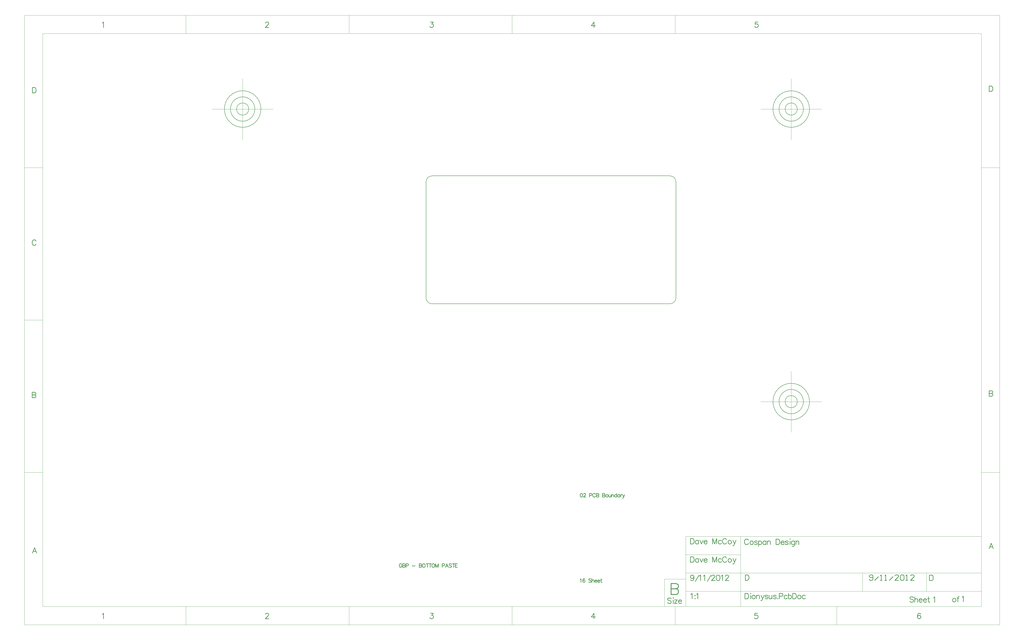
<source format=gbp>
%FSLAX25Y25*%
%MOIN*%
G70*
G01*
G75*
G04 Layer_Color=128*
%ADD10R,0.02953X0.02559*%
%ADD11R,0.09843X0.03543*%
%ADD12R,0.00984X0.03150*%
%ADD13R,0.02559X0.02953*%
%ADD14R,0.04331X0.12598*%
%ADD15R,0.05906X0.05118*%
%ADD16R,0.02362X0.01969*%
%ADD17R,0.01969X0.02362*%
%ADD18R,0.01772X0.03937*%
%ADD19R,0.02362X0.03937*%
%ADD20R,0.02756X0.01969*%
%ADD21R,0.01969X0.02756*%
%ADD22R,0.07874X0.04724*%
%ADD23O,0.07087X0.01181*%
%ADD24O,0.01181X0.07087*%
%ADD25R,0.05315X0.01575*%
%ADD26R,0.05512X0.06299*%
%ADD27R,0.07087X0.07480*%
%ADD28R,0.05118X0.09055*%
%ADD29R,0.07087X0.11811*%
%ADD30R,0.04921X0.07284*%
%ADD31R,0.07480X0.02835*%
%ADD32R,0.04921X0.01378*%
%ADD33O,0.06102X0.02165*%
%ADD34C,0.00600*%
%ADD35C,0.01000*%
%ADD36C,0.02000*%
%ADD37C,0.03000*%
%ADD38C,0.01500*%
%ADD39C,0.00400*%
%ADD40C,0.00200*%
%ADD41C,0.01400*%
%ADD42C,0.06000*%
%ADD43C,0.03937*%
%ADD44C,0.05906*%
%ADD45C,0.02400*%
%ADD46C,0.04000*%
%ADD47C,0.14900*%
%ADD48C,0.06400*%
G04:AMPARAMS|DCode=49|XSize=80mil|YSize=80mil|CornerRadius=0mil|HoleSize=0mil|Usage=FLASHONLY|Rotation=0.000|XOffset=0mil|YOffset=0mil|HoleType=Round|Shape=Relief|Width=8mil|Gap=10mil|Entries=4|*
%AMTHD49*
7,0,0,0.08000,0.06000,0.00800,45*
%
%ADD49THD49*%
%ADD50C,0.09400*%
%ADD51C,0.03400*%
G04:AMPARAMS|DCode=52|XSize=50mil|YSize=50mil|CornerRadius=0mil|HoleSize=0mil|Usage=FLASHONLY|Rotation=0.000|XOffset=0mil|YOffset=0mil|HoleType=Round|Shape=Relief|Width=8mil|Gap=10mil|Entries=4|*
%AMTHD52*
7,0,0,0.05000,0.03000,0.00800,45*
%
%ADD52THD52*%
%ADD53C,0.00984*%
%ADD54C,0.02362*%
%ADD55C,0.00787*%
%ADD56C,0.00394*%
%ADD57R,0.03553X0.03159*%
%ADD58R,0.10394X0.04095*%
%ADD59R,0.01535X0.03701*%
%ADD60R,0.03159X0.03553*%
%ADD61R,0.04931X0.13198*%
%ADD62R,0.06506X0.05718*%
%ADD63R,0.02962X0.02569*%
%ADD64R,0.02569X0.02962*%
%ADD65R,0.02372X0.04537*%
%ADD66R,0.02962X0.04537*%
%ADD67R,0.03356X0.02569*%
%ADD68R,0.02569X0.03356*%
%ADD69R,0.08474X0.05324*%
%ADD70O,0.07687X0.01781*%
%ADD71O,0.01781X0.07687*%
%ADD72R,0.05915X0.02175*%
%ADD73R,0.06112X0.06899*%
%ADD74R,0.07687X0.08080*%
%ADD75R,0.05718X0.09655*%
%ADD76R,0.07687X0.12411*%
%ADD77R,0.05521X0.07883*%
%ADD78R,0.08080X0.03435*%
%ADD79R,0.05521X0.01978*%
%ADD80O,0.06702X0.02765*%
%ADD81C,0.00300*%
%ADD82C,0.06600*%
%ADD83C,0.04537*%
%ADD84C,0.06506*%
%ADD85C,0.03000*%
D34*
X400800Y400D02*
G03*
X410800Y10400I0J10000D01*
G01*
Y200400D02*
G03*
X400800Y210400I-10000J0D01*
G01*
X10800D02*
G03*
X800Y200400I0J-10000D01*
G01*
Y10400D02*
G03*
X10800Y400I10000J0D01*
G01*
X-270000Y320000D02*
G03*
X-270000Y320000I-30000J0D01*
G01*
X-280000D02*
G03*
X-280000Y320000I-20000J0D01*
G01*
X-290000D02*
G03*
X-290000Y320000I-10000J0D01*
G01*
X630000D02*
G03*
X630000Y320000I-30000J0D01*
G01*
X620000D02*
G03*
X620000Y320000I-20000J0D01*
G01*
X610000D02*
G03*
X610000Y320000I-10000J0D01*
G01*
X630000Y-160000D02*
G03*
X630000Y-160000I-30000J0D01*
G01*
X620000D02*
G03*
X620000Y-160000I-20000J0D01*
G01*
X610000D02*
G03*
X610000Y-160000I-10000J0D01*
G01*
X10800Y210400D02*
X400800D01*
X410800Y10400D02*
Y200400D01*
X10800Y400D02*
X400800D01*
X800Y10400D02*
Y200400D01*
D35*
X-38940Y-427300D02*
X-39226Y-426728D01*
X-39797Y-426157D01*
X-40369Y-425872D01*
X-41511D01*
X-42083Y-426157D01*
X-42654Y-426728D01*
X-42940Y-427300D01*
X-43225Y-428157D01*
Y-429585D01*
X-42940Y-430442D01*
X-42654Y-431013D01*
X-42083Y-431585D01*
X-41511Y-431870D01*
X-40369D01*
X-39797Y-431585D01*
X-39226Y-431013D01*
X-38940Y-430442D01*
Y-429585D01*
X-40369D02*
X-38940D01*
X-37569Y-425872D02*
Y-431870D01*
Y-425872D02*
X-34998D01*
X-34141Y-426157D01*
X-33856Y-426443D01*
X-33570Y-427014D01*
Y-427585D01*
X-33856Y-428157D01*
X-34141Y-428442D01*
X-34998Y-428728D01*
X-37569D02*
X-34998D01*
X-34141Y-429014D01*
X-33856Y-429299D01*
X-33570Y-429871D01*
Y-430728D01*
X-33856Y-431299D01*
X-34141Y-431585D01*
X-34998Y-431870D01*
X-37569D01*
X-32228Y-429014D02*
X-29657D01*
X-28800Y-428728D01*
X-28514Y-428442D01*
X-28228Y-427871D01*
Y-427014D01*
X-28514Y-426443D01*
X-28800Y-426157D01*
X-29657Y-425872D01*
X-32228D01*
Y-431870D01*
X-22173Y-429299D02*
X-17031D01*
X-10547Y-425872D02*
Y-431870D01*
Y-425872D02*
X-7976D01*
X-7119Y-426157D01*
X-6833Y-426443D01*
X-6547Y-427014D01*
Y-427585D01*
X-6833Y-428157D01*
X-7119Y-428442D01*
X-7976Y-428728D01*
X-10547D02*
X-7976D01*
X-7119Y-429014D01*
X-6833Y-429299D01*
X-6547Y-429871D01*
Y-430728D01*
X-6833Y-431299D01*
X-7119Y-431585D01*
X-7976Y-431870D01*
X-10547D01*
X-3491Y-425872D02*
X-4062Y-426157D01*
X-4634Y-426728D01*
X-4919Y-427300D01*
X-5205Y-428157D01*
Y-429585D01*
X-4919Y-430442D01*
X-4634Y-431013D01*
X-4062Y-431585D01*
X-3491Y-431870D01*
X-2348D01*
X-1777Y-431585D01*
X-1206Y-431013D01*
X-920Y-430442D01*
X-634Y-429585D01*
Y-428157D01*
X-920Y-427300D01*
X-1206Y-426728D01*
X-1777Y-426157D01*
X-2348Y-425872D01*
X-3491D01*
X2765D02*
Y-431870D01*
X765Y-425872D02*
X4764D01*
X7478D02*
Y-431870D01*
X5479Y-425872D02*
X9478D01*
X11906D02*
X11334Y-426157D01*
X10763Y-426728D01*
X10478Y-427300D01*
X10192Y-428157D01*
Y-429585D01*
X10478Y-430442D01*
X10763Y-431013D01*
X11334Y-431585D01*
X11906Y-431870D01*
X13048D01*
X13620Y-431585D01*
X14191Y-431013D01*
X14477Y-430442D01*
X14762Y-429585D01*
Y-428157D01*
X14477Y-427300D01*
X14191Y-426728D01*
X13620Y-426157D01*
X13048Y-425872D01*
X11906D01*
X16162D02*
Y-431870D01*
Y-425872D02*
X18447Y-431870D01*
X20732Y-425872D02*
X18447Y-431870D01*
X20732Y-425872D02*
Y-431870D01*
X27160Y-429014D02*
X29731D01*
X30588Y-428728D01*
X30873Y-428442D01*
X31159Y-427871D01*
Y-427014D01*
X30873Y-426443D01*
X30588Y-426157D01*
X29731Y-425872D01*
X27160D01*
Y-431870D01*
X37072D02*
X34787Y-425872D01*
X32501Y-431870D01*
X33358Y-429871D02*
X36215D01*
X42471Y-426728D02*
X41899Y-426157D01*
X41043Y-425872D01*
X39900D01*
X39043Y-426157D01*
X38472Y-426728D01*
Y-427300D01*
X38757Y-427871D01*
X39043Y-428157D01*
X39614Y-428442D01*
X41328Y-429014D01*
X41899Y-429299D01*
X42185Y-429585D01*
X42471Y-430156D01*
Y-431013D01*
X41899Y-431585D01*
X41043Y-431870D01*
X39900D01*
X39043Y-431585D01*
X38472Y-431013D01*
X45813Y-425872D02*
Y-431870D01*
X43813Y-425872D02*
X47812D01*
X52240D02*
X48527D01*
Y-431870D01*
X52240D01*
X48527Y-428728D02*
X50812D01*
X255214Y-310501D02*
X254357Y-310787D01*
X253786Y-311644D01*
X253500Y-313072D01*
Y-313929D01*
X253786Y-315357D01*
X254357Y-316214D01*
X255214Y-316500D01*
X255785D01*
X256642Y-316214D01*
X257213Y-315357D01*
X257499Y-313929D01*
Y-313072D01*
X257213Y-311644D01*
X256642Y-310787D01*
X255785Y-310501D01*
X255214D01*
X259127Y-311930D02*
Y-311644D01*
X259413Y-311073D01*
X259699Y-310787D01*
X260270Y-310501D01*
X261413D01*
X261984Y-310787D01*
X262269Y-311073D01*
X262555Y-311644D01*
Y-312215D01*
X262269Y-312787D01*
X261698Y-313644D01*
X258842Y-316500D01*
X262841D01*
X268897Y-313644D02*
X271468D01*
X272324Y-313358D01*
X272610Y-313072D01*
X272896Y-312501D01*
Y-311644D01*
X272610Y-311073D01*
X272324Y-310787D01*
X271468Y-310501D01*
X268897D01*
Y-316500D01*
X278523Y-311930D02*
X278238Y-311358D01*
X277666Y-310787D01*
X277095Y-310501D01*
X275952D01*
X275381Y-310787D01*
X274810Y-311358D01*
X274524Y-311930D01*
X274238Y-312787D01*
Y-314215D01*
X274524Y-315072D01*
X274810Y-315643D01*
X275381Y-316214D01*
X275952Y-316500D01*
X277095D01*
X277666Y-316214D01*
X278238Y-315643D01*
X278523Y-315072D01*
X280209Y-310501D02*
Y-316500D01*
Y-310501D02*
X282779D01*
X283636Y-310787D01*
X283922Y-311073D01*
X284208Y-311644D01*
Y-312215D01*
X283922Y-312787D01*
X283636Y-313072D01*
X282779Y-313358D01*
X280209D02*
X282779D01*
X283636Y-313644D01*
X283922Y-313929D01*
X284208Y-314500D01*
Y-315357D01*
X283922Y-315929D01*
X283636Y-316214D01*
X282779Y-316500D01*
X280209D01*
X290264Y-310501D02*
Y-316500D01*
Y-310501D02*
X292834D01*
X293691Y-310787D01*
X293977Y-311073D01*
X294263Y-311644D01*
Y-312215D01*
X293977Y-312787D01*
X293691Y-313072D01*
X292834Y-313358D01*
X290264D02*
X292834D01*
X293691Y-313644D01*
X293977Y-313929D01*
X294263Y-314500D01*
Y-315357D01*
X293977Y-315929D01*
X293691Y-316214D01*
X292834Y-316500D01*
X290264D01*
X297034Y-312501D02*
X296462Y-312787D01*
X295891Y-313358D01*
X295605Y-314215D01*
Y-314786D01*
X295891Y-315643D01*
X296462Y-316214D01*
X297034Y-316500D01*
X297890D01*
X298462Y-316214D01*
X299033Y-315643D01*
X299319Y-314786D01*
Y-314215D01*
X299033Y-313358D01*
X298462Y-312787D01*
X297890Y-312501D01*
X297034D01*
X300633D02*
Y-315357D01*
X300918Y-316214D01*
X301490Y-316500D01*
X302347D01*
X302918Y-316214D01*
X303775Y-315357D01*
Y-312501D02*
Y-316500D01*
X305346Y-312501D02*
Y-316500D01*
Y-313644D02*
X306203Y-312787D01*
X306774Y-312501D01*
X307631D01*
X308203Y-312787D01*
X308488Y-313644D01*
Y-316500D01*
X313487Y-310501D02*
Y-316500D01*
Y-313358D02*
X312916Y-312787D01*
X312345Y-312501D01*
X311488D01*
X310916Y-312787D01*
X310345Y-313358D01*
X310059Y-314215D01*
Y-314786D01*
X310345Y-315643D01*
X310916Y-316214D01*
X311488Y-316500D01*
X312345D01*
X312916Y-316214D01*
X313487Y-315643D01*
X318515Y-312501D02*
Y-316500D01*
Y-313358D02*
X317943Y-312787D01*
X317372Y-312501D01*
X316515D01*
X315944Y-312787D01*
X315372Y-313358D01*
X315087Y-314215D01*
Y-314786D01*
X315372Y-315643D01*
X315944Y-316214D01*
X316515Y-316500D01*
X317372D01*
X317943Y-316214D01*
X318515Y-315643D01*
X320114Y-312501D02*
Y-316500D01*
Y-314215D02*
X320400Y-313358D01*
X320971Y-312787D01*
X321543Y-312501D01*
X322399D01*
X323228D02*
X324942Y-316500D01*
X326656Y-312501D02*
X324942Y-316500D01*
X324371Y-317643D01*
X323799Y-318214D01*
X323228Y-318500D01*
X322942D01*
X253500Y-451644D02*
X254071Y-451358D01*
X254928Y-450501D01*
Y-456500D01*
X261327Y-451358D02*
X261041Y-450787D01*
X260184Y-450501D01*
X259613D01*
X258756Y-450787D01*
X258185Y-451644D01*
X257899Y-453072D01*
Y-454500D01*
X258185Y-455643D01*
X258756Y-456214D01*
X259613Y-456500D01*
X259899D01*
X260756Y-456214D01*
X261327Y-455643D01*
X261613Y-454786D01*
Y-454500D01*
X261327Y-453644D01*
X260756Y-453072D01*
X259899Y-452786D01*
X259613D01*
X258756Y-453072D01*
X258185Y-453644D01*
X257899Y-454500D01*
X271639Y-451358D02*
X271068Y-450787D01*
X270211Y-450501D01*
X269068D01*
X268211Y-450787D01*
X267640Y-451358D01*
Y-451930D01*
X267926Y-452501D01*
X268211Y-452786D01*
X268782Y-453072D01*
X270496Y-453644D01*
X271068Y-453929D01*
X271353Y-454215D01*
X271639Y-454786D01*
Y-455643D01*
X271068Y-456214D01*
X270211Y-456500D01*
X269068D01*
X268211Y-456214D01*
X267640Y-455643D01*
X272982Y-450501D02*
Y-456500D01*
Y-453644D02*
X273838Y-452786D01*
X274410Y-452501D01*
X275267D01*
X275838Y-452786D01*
X276124Y-453644D01*
Y-456500D01*
X277695Y-454215D02*
X281123D01*
Y-453644D01*
X280837Y-453072D01*
X280551Y-452786D01*
X279980Y-452501D01*
X279123D01*
X278552Y-452786D01*
X277980Y-453358D01*
X277695Y-454215D01*
Y-454786D01*
X277980Y-455643D01*
X278552Y-456214D01*
X279123Y-456500D01*
X279980D01*
X280551Y-456214D01*
X281123Y-455643D01*
X282408Y-454215D02*
X285836D01*
Y-453644D01*
X285550Y-453072D01*
X285265Y-452786D01*
X284693Y-452501D01*
X283836D01*
X283265Y-452786D01*
X282694Y-453358D01*
X282408Y-454215D01*
Y-454786D01*
X282694Y-455643D01*
X283265Y-456214D01*
X283836Y-456500D01*
X284693D01*
X285265Y-456214D01*
X285836Y-455643D01*
X287978Y-450501D02*
Y-455357D01*
X288264Y-456214D01*
X288835Y-456500D01*
X289407D01*
X287121Y-452501D02*
X289121D01*
X880091Y-480724D02*
X880947Y-480295D01*
X882233Y-479010D01*
Y-488008D01*
X826500Y-444503D02*
Y-453500D01*
X830999D01*
X832498Y-452001D01*
Y-446002D01*
X830999Y-444503D01*
X826500D01*
X833142Y-481708D02*
X833999Y-481280D01*
X835284Y-479994D01*
Y-488992D01*
X-530500Y461284D02*
X-529643Y461713D01*
X-528358Y462998D01*
Y454000D01*
X924500Y357998D02*
Y349000D01*
Y357998D02*
X927499D01*
X928785Y357570D01*
X929642Y356713D01*
X930070Y355856D01*
X930499Y354570D01*
Y352428D01*
X930070Y351142D01*
X929642Y350285D01*
X928785Y349429D01*
X927499Y349000D01*
X924500D01*
X529549Y-387581D02*
X529121Y-386724D01*
X528264Y-385867D01*
X527407Y-385439D01*
X525693D01*
X524836Y-385867D01*
X523979Y-386724D01*
X523551Y-387581D01*
X523122Y-388867D01*
Y-391009D01*
X523551Y-392295D01*
X523979Y-393152D01*
X524836Y-394008D01*
X525693Y-394437D01*
X527407D01*
X528264Y-394008D01*
X529121Y-393152D01*
X529549Y-392295D01*
X534220Y-388438D02*
X533363Y-388867D01*
X532506Y-389724D01*
X532077Y-391009D01*
Y-391866D01*
X532506Y-393152D01*
X533363Y-394008D01*
X534220Y-394437D01*
X535505D01*
X536362Y-394008D01*
X537219Y-393152D01*
X537647Y-391866D01*
Y-391009D01*
X537219Y-389724D01*
X536362Y-388867D01*
X535505Y-388438D01*
X534220D01*
X544332Y-389724D02*
X543903Y-388867D01*
X542618Y-388438D01*
X541332D01*
X540047Y-388867D01*
X539618Y-389724D01*
X540047Y-390581D01*
X540904Y-391009D01*
X543046Y-391438D01*
X543903Y-391866D01*
X544332Y-392723D01*
Y-393152D01*
X543903Y-394008D01*
X542618Y-394437D01*
X541332D01*
X540047Y-394008D01*
X539618Y-393152D01*
X546217Y-388438D02*
Y-397436D01*
Y-389724D02*
X547074Y-388867D01*
X547931Y-388438D01*
X549217D01*
X550073Y-388867D01*
X550930Y-389724D01*
X551359Y-391009D01*
Y-391866D01*
X550930Y-393152D01*
X550073Y-394008D01*
X549217Y-394437D01*
X547931D01*
X547074Y-394008D01*
X546217Y-393152D01*
X558429Y-388438D02*
Y-394437D01*
Y-389724D02*
X557572Y-388867D01*
X556715Y-388438D01*
X555429D01*
X554572Y-388867D01*
X553716Y-389724D01*
X553287Y-391009D01*
Y-391866D01*
X553716Y-393152D01*
X554572Y-394008D01*
X555429Y-394437D01*
X556715D01*
X557572Y-394008D01*
X558429Y-393152D01*
X560828Y-388438D02*
Y-394437D01*
Y-390152D02*
X562114Y-388867D01*
X562971Y-388438D01*
X564256D01*
X565113Y-388867D01*
X565542Y-390152D01*
Y-394437D01*
X574968Y-385439D02*
Y-394437D01*
Y-385439D02*
X577967D01*
X579253Y-385867D01*
X580110Y-386724D01*
X580538Y-387581D01*
X580967Y-388867D01*
Y-391009D01*
X580538Y-392295D01*
X580110Y-393152D01*
X579253Y-394008D01*
X577967Y-394437D01*
X574968D01*
X582981Y-391009D02*
X588122D01*
Y-390152D01*
X587694Y-389295D01*
X587265Y-388867D01*
X586409Y-388438D01*
X585123D01*
X584266Y-388867D01*
X583409Y-389724D01*
X582981Y-391009D01*
Y-391866D01*
X583409Y-393152D01*
X584266Y-394008D01*
X585123Y-394437D01*
X586409D01*
X587265Y-394008D01*
X588122Y-393152D01*
X594764Y-389724D02*
X594335Y-388867D01*
X593050Y-388438D01*
X591764D01*
X590479Y-388867D01*
X590051Y-389724D01*
X590479Y-390581D01*
X591336Y-391009D01*
X593478Y-391438D01*
X594335Y-391866D01*
X594764Y-392723D01*
Y-393152D01*
X594335Y-394008D01*
X593050Y-394437D01*
X591764D01*
X590479Y-394008D01*
X590051Y-393152D01*
X597506Y-385439D02*
X597935Y-385867D01*
X598363Y-385439D01*
X597935Y-385011D01*
X597506Y-385439D01*
X597935Y-388438D02*
Y-394437D01*
X605090Y-388438D02*
Y-395294D01*
X604662Y-396579D01*
X604233Y-397008D01*
X603376Y-397436D01*
X602091D01*
X601234Y-397008D01*
X605090Y-389724D02*
X604233Y-388867D01*
X603376Y-388438D01*
X602091D01*
X601234Y-388867D01*
X600377Y-389724D01*
X599948Y-391009D01*
Y-391866D01*
X600377Y-393152D01*
X601234Y-394008D01*
X602091Y-394437D01*
X603376D01*
X604233Y-394008D01*
X605090Y-393152D01*
X607490Y-388438D02*
Y-394437D01*
Y-390152D02*
X608775Y-388867D01*
X609632Y-388438D01*
X610918D01*
X611774Y-388867D01*
X612203Y-390152D01*
Y-394437D01*
X931356Y-401000D02*
X927928Y-392002D01*
X924500Y-401000D01*
X925785Y-398001D02*
X930070D01*
X-262572Y460856D02*
Y461284D01*
X-262143Y462141D01*
X-261715Y462570D01*
X-260858Y462998D01*
X-259144D01*
X-258287Y462570D01*
X-257858Y462141D01*
X-257430Y461284D01*
Y460427D01*
X-257858Y459570D01*
X-258715Y458285D01*
X-263000Y454000D01*
X-257001D01*
X7857Y462998D02*
X12570D01*
X9999Y459570D01*
X11285D01*
X12142Y459142D01*
X12570Y458713D01*
X12999Y457428D01*
Y456571D01*
X12570Y455285D01*
X11713Y454428D01*
X10428Y454000D01*
X9142D01*
X7857Y454428D01*
X7429Y454857D01*
X7000Y455714D01*
X276285Y462998D02*
X272000Y456999D01*
X278427D01*
X276285Y462998D02*
Y454000D01*
X545142Y462998D02*
X540857D01*
X540428Y459142D01*
X540857Y459570D01*
X542142Y459999D01*
X543428D01*
X544713Y459570D01*
X545570Y458713D01*
X545999Y457428D01*
Y456571D01*
X545570Y455285D01*
X544713Y454428D01*
X543428Y454000D01*
X542142D01*
X540857Y454428D01*
X540428Y454857D01*
X540000Y455714D01*
X-530500Y-508716D02*
X-529643Y-508287D01*
X-528358Y-507002D01*
Y-516000D01*
X-262572Y-509144D02*
Y-508716D01*
X-262143Y-507859D01*
X-261715Y-507430D01*
X-260858Y-507002D01*
X-259144D01*
X-258287Y-507430D01*
X-257858Y-507859D01*
X-257430Y-508716D01*
Y-509573D01*
X-257858Y-510430D01*
X-258715Y-511715D01*
X-263000Y-516000D01*
X-257001D01*
X7857Y-507002D02*
X12570D01*
X9999Y-510430D01*
X11285D01*
X12142Y-510858D01*
X12570Y-511287D01*
X12999Y-512572D01*
Y-513429D01*
X12570Y-514715D01*
X11713Y-515571D01*
X10428Y-516000D01*
X9142D01*
X7857Y-515571D01*
X7429Y-515143D01*
X7000Y-514286D01*
X276285Y-507002D02*
X272000Y-513001D01*
X278427D01*
X276285Y-507002D02*
Y-516000D01*
X544642Y-507002D02*
X540357D01*
X539928Y-510858D01*
X540357Y-510430D01*
X541642Y-510001D01*
X542928D01*
X544213Y-510430D01*
X545070Y-511287D01*
X545499Y-512572D01*
Y-513429D01*
X545070Y-514715D01*
X544213Y-515571D01*
X542928Y-516000D01*
X541642D01*
X540357Y-515571D01*
X539928Y-515143D01*
X539500Y-514286D01*
X728000Y-451501D02*
X729499Y-453000D01*
X732499D01*
X733998Y-451501D01*
Y-445502D01*
X732499Y-444003D01*
X729499D01*
X728000Y-445502D01*
Y-447002D01*
X729499Y-448501D01*
X733998D01*
X736997Y-453000D02*
X742995Y-447002D01*
X745994Y-453000D02*
X748993D01*
X747494D01*
Y-444003D01*
X745994Y-445502D01*
X753492Y-453000D02*
X756491D01*
X754991D01*
Y-444003D01*
X753492Y-445502D01*
X760989Y-453000D02*
X766987Y-447002D01*
X775984Y-453000D02*
X769986D01*
X775984Y-447002D01*
Y-445502D01*
X774485Y-444003D01*
X771486D01*
X769986Y-445502D01*
X778983D02*
X780483Y-444003D01*
X783482D01*
X784982Y-445502D01*
Y-451501D01*
X783482Y-453000D01*
X780483D01*
X778983Y-451501D01*
Y-445502D01*
X787981Y-453000D02*
X790980D01*
X789480D01*
Y-444003D01*
X787981Y-445502D01*
X801476Y-453000D02*
X795478D01*
X801476Y-447002D01*
Y-445502D01*
X799977Y-444003D01*
X796978D01*
X795478Y-445502D01*
X524500Y-444002D02*
Y-453000D01*
Y-444002D02*
X527499D01*
X528785Y-444430D01*
X529642Y-445287D01*
X530070Y-446144D01*
X530499Y-447430D01*
Y-449572D01*
X530070Y-450858D01*
X529642Y-451715D01*
X528785Y-452571D01*
X527499Y-453000D01*
X524500D01*
X800499Y-481287D02*
X799642Y-480430D01*
X798356Y-480002D01*
X796642D01*
X795357Y-480430D01*
X794500Y-481287D01*
Y-482144D01*
X794929Y-483001D01*
X795357Y-483430D01*
X796214Y-483858D01*
X798785Y-484715D01*
X799642Y-485144D01*
X800070Y-485572D01*
X800499Y-486429D01*
Y-487715D01*
X799642Y-488572D01*
X798356Y-489000D01*
X796642D01*
X795357Y-488572D01*
X794500Y-487715D01*
X802513Y-480002D02*
Y-489000D01*
Y-484715D02*
X803798Y-483430D01*
X804655Y-483001D01*
X805940D01*
X806797Y-483430D01*
X807226Y-484715D01*
Y-489000D01*
X809583Y-485572D02*
X814724D01*
Y-484715D01*
X814296Y-483858D01*
X813867Y-483430D01*
X813010Y-483001D01*
X811725D01*
X810868Y-483430D01*
X810011Y-484287D01*
X809583Y-485572D01*
Y-486429D01*
X810011Y-487715D01*
X810868Y-488572D01*
X811725Y-489000D01*
X813010D01*
X813867Y-488572D01*
X814724Y-487715D01*
X816652Y-485572D02*
X821794D01*
Y-484715D01*
X821366Y-483858D01*
X820937Y-483430D01*
X820080Y-483001D01*
X818795D01*
X817938Y-483430D01*
X817081Y-484287D01*
X816652Y-485572D01*
Y-486429D01*
X817081Y-487715D01*
X817938Y-488572D01*
X818795Y-489000D01*
X820080D01*
X820937Y-488572D01*
X821794Y-487715D01*
X825008Y-480002D02*
Y-487286D01*
X825436Y-488572D01*
X826293Y-489000D01*
X827150D01*
X823722Y-483001D02*
X826722D01*
X866642Y-482501D02*
X865785Y-482930D01*
X864929Y-483787D01*
X864500Y-485072D01*
Y-485929D01*
X864929Y-487215D01*
X865785Y-488071D01*
X866642Y-488500D01*
X867928D01*
X868785Y-488071D01*
X869642Y-487215D01*
X870070Y-485929D01*
Y-485072D01*
X869642Y-483787D01*
X868785Y-482930D01*
X867928Y-482501D01*
X866642D01*
X875469Y-479502D02*
X874612D01*
X873755Y-479930D01*
X873327Y-481216D01*
Y-488500D01*
X872041Y-482501D02*
X875041D01*
X434500Y-384502D02*
Y-393500D01*
Y-384502D02*
X437499D01*
X438785Y-384930D01*
X439642Y-385787D01*
X440070Y-386644D01*
X440499Y-387930D01*
Y-390072D01*
X440070Y-391358D01*
X439642Y-392215D01*
X438785Y-393072D01*
X437499Y-393500D01*
X434500D01*
X447654Y-387501D02*
Y-393500D01*
Y-388787D02*
X446797Y-387930D01*
X445940Y-387501D01*
X444655D01*
X443798Y-387930D01*
X442941Y-388787D01*
X442513Y-390072D01*
Y-390929D01*
X442941Y-392215D01*
X443798Y-393072D01*
X444655Y-393500D01*
X445940D01*
X446797Y-393072D01*
X447654Y-392215D01*
X450054Y-387501D02*
X452625Y-393500D01*
X455196Y-387501D02*
X452625Y-393500D01*
X456652Y-390072D02*
X461794D01*
Y-389215D01*
X461366Y-388358D01*
X460937Y-387930D01*
X460080Y-387501D01*
X458795D01*
X457938Y-387930D01*
X457081Y-388787D01*
X456652Y-390072D01*
Y-390929D01*
X457081Y-392215D01*
X457938Y-393072D01*
X458795Y-393500D01*
X460080D01*
X460937Y-393072D01*
X461794Y-392215D01*
X470792Y-384502D02*
Y-393500D01*
Y-384502D02*
X474220Y-393500D01*
X477648Y-384502D02*
X474220Y-393500D01*
X477648Y-384502D02*
Y-393500D01*
X485360Y-388787D02*
X484504Y-387930D01*
X483647Y-387501D01*
X482361D01*
X481504Y-387930D01*
X480647Y-388787D01*
X480219Y-390072D01*
Y-390929D01*
X480647Y-392215D01*
X481504Y-393072D01*
X482361Y-393500D01*
X483647D01*
X484504Y-393072D01*
X485360Y-392215D01*
X493716Y-386644D02*
X493287Y-385787D01*
X492430Y-384930D01*
X491573Y-384502D01*
X489860D01*
X489003Y-384930D01*
X488146Y-385787D01*
X487717Y-386644D01*
X487289Y-387930D01*
Y-390072D01*
X487717Y-391358D01*
X488146Y-392215D01*
X489003Y-393072D01*
X489860Y-393500D01*
X491573D01*
X492430Y-393072D01*
X493287Y-392215D01*
X493716Y-391358D01*
X498386Y-387501D02*
X497529Y-387930D01*
X496672Y-388787D01*
X496244Y-390072D01*
Y-390929D01*
X496672Y-392215D01*
X497529Y-393072D01*
X498386Y-393500D01*
X499672D01*
X500529Y-393072D01*
X501386Y-392215D01*
X501814Y-390929D01*
Y-390072D01*
X501386Y-388787D01*
X500529Y-387930D01*
X499672Y-387501D01*
X498386D01*
X504214D02*
X506784Y-393500D01*
X509355Y-387501D02*
X506784Y-393500D01*
X505928Y-395214D01*
X505071Y-396071D01*
X504214Y-396499D01*
X503785D01*
X434500Y-414502D02*
Y-423500D01*
Y-414502D02*
X437499D01*
X438785Y-414930D01*
X439642Y-415787D01*
X440070Y-416644D01*
X440499Y-417930D01*
Y-420072D01*
X440070Y-421358D01*
X439642Y-422215D01*
X438785Y-423071D01*
X437499Y-423500D01*
X434500D01*
X447654Y-417501D02*
Y-423500D01*
Y-418787D02*
X446797Y-417930D01*
X445940Y-417501D01*
X444655D01*
X443798Y-417930D01*
X442941Y-418787D01*
X442513Y-420072D01*
Y-420929D01*
X442941Y-422215D01*
X443798Y-423071D01*
X444655Y-423500D01*
X445940D01*
X446797Y-423071D01*
X447654Y-422215D01*
X450054Y-417501D02*
X452625Y-423500D01*
X455196Y-417501D02*
X452625Y-423500D01*
X456652Y-420072D02*
X461794D01*
Y-419215D01*
X461366Y-418358D01*
X460937Y-417930D01*
X460080Y-417501D01*
X458795D01*
X457938Y-417930D01*
X457081Y-418787D01*
X456652Y-420072D01*
Y-420929D01*
X457081Y-422215D01*
X457938Y-423071D01*
X458795Y-423500D01*
X460080D01*
X460937Y-423071D01*
X461794Y-422215D01*
X470792Y-414502D02*
Y-423500D01*
Y-414502D02*
X474220Y-423500D01*
X477648Y-414502D02*
X474220Y-423500D01*
X477648Y-414502D02*
Y-423500D01*
X485360Y-418787D02*
X484504Y-417930D01*
X483647Y-417501D01*
X482361D01*
X481504Y-417930D01*
X480647Y-418787D01*
X480219Y-420072D01*
Y-420929D01*
X480647Y-422215D01*
X481504Y-423071D01*
X482361Y-423500D01*
X483647D01*
X484504Y-423071D01*
X485360Y-422215D01*
X493716Y-416644D02*
X493287Y-415787D01*
X492430Y-414930D01*
X491573Y-414502D01*
X489860D01*
X489003Y-414930D01*
X488146Y-415787D01*
X487717Y-416644D01*
X487289Y-417930D01*
Y-420072D01*
X487717Y-421358D01*
X488146Y-422215D01*
X489003Y-423071D01*
X489860Y-423500D01*
X491573D01*
X492430Y-423071D01*
X493287Y-422215D01*
X493716Y-421358D01*
X498386Y-417501D02*
X497529Y-417930D01*
X496672Y-418787D01*
X496244Y-420072D01*
Y-420929D01*
X496672Y-422215D01*
X497529Y-423071D01*
X498386Y-423500D01*
X499672D01*
X500529Y-423071D01*
X501386Y-422215D01*
X501814Y-420929D01*
Y-420072D01*
X501386Y-418787D01*
X500529Y-417930D01*
X499672Y-417501D01*
X498386D01*
X504214D02*
X506784Y-423500D01*
X509355Y-417501D02*
X506784Y-423500D01*
X505928Y-425214D01*
X505071Y-426071D01*
X504214Y-426499D01*
X503785D01*
X440070Y-447501D02*
X439642Y-448787D01*
X438785Y-449644D01*
X437499Y-450072D01*
X437071D01*
X435785Y-449644D01*
X434929Y-448787D01*
X434500Y-447501D01*
Y-447073D01*
X434929Y-445787D01*
X435785Y-444930D01*
X437071Y-444502D01*
X437499D01*
X438785Y-444930D01*
X439642Y-445787D01*
X440070Y-447501D01*
Y-449644D01*
X439642Y-451786D01*
X438785Y-453071D01*
X437499Y-453500D01*
X436642D01*
X435357Y-453071D01*
X434929Y-452215D01*
X442513Y-454785D02*
X448511Y-444502D01*
X449111Y-446216D02*
X449968Y-445787D01*
X451254Y-444502D01*
Y-453500D01*
X455710Y-446216D02*
X456567Y-445787D01*
X457852Y-444502D01*
Y-453500D01*
X462308Y-454785D02*
X468307Y-444502D01*
X469335Y-446644D02*
Y-446216D01*
X469764Y-445359D01*
X470192Y-444930D01*
X471049Y-444502D01*
X472763D01*
X473620Y-444930D01*
X474049Y-445359D01*
X474477Y-446216D01*
Y-447073D01*
X474049Y-447930D01*
X473192Y-449215D01*
X468907Y-453500D01*
X474906D01*
X479490Y-444502D02*
X478205Y-444930D01*
X477348Y-446216D01*
X476920Y-448358D01*
Y-449644D01*
X477348Y-451786D01*
X478205Y-453071D01*
X479490Y-453500D01*
X480347D01*
X481633Y-453071D01*
X482490Y-451786D01*
X482918Y-449644D01*
Y-448358D01*
X482490Y-446216D01*
X481633Y-444930D01*
X480347Y-444502D01*
X479490D01*
X484932Y-446216D02*
X485789Y-445787D01*
X487075Y-444502D01*
Y-453500D01*
X491959Y-446644D02*
Y-446216D01*
X492388Y-445359D01*
X492816Y-444930D01*
X493673Y-444502D01*
X495387D01*
X496244Y-444930D01*
X496672Y-445359D01*
X497101Y-446216D01*
Y-447073D01*
X496672Y-447930D01*
X495816Y-449215D01*
X491531Y-453500D01*
X497529D01*
X402999Y-483287D02*
X402142Y-482430D01*
X400856Y-482002D01*
X399142D01*
X397857Y-482430D01*
X397000Y-483287D01*
Y-484144D01*
X397428Y-485001D01*
X397857Y-485430D01*
X398714Y-485858D01*
X401285Y-486715D01*
X402142Y-487144D01*
X402570Y-487572D01*
X402999Y-488429D01*
Y-489715D01*
X402142Y-490571D01*
X400856Y-491000D01*
X399142D01*
X397857Y-490571D01*
X397000Y-489715D01*
X405869Y-482002D02*
X406298Y-482430D01*
X406727Y-482002D01*
X406298Y-481573D01*
X405869Y-482002D01*
X406298Y-485001D02*
Y-491000D01*
X413025Y-485001D02*
X408312Y-491000D01*
Y-485001D02*
X413025D01*
X408312Y-491000D02*
X413025D01*
X414911Y-487572D02*
X420052D01*
Y-486715D01*
X419624Y-485858D01*
X419195Y-485430D01*
X418338Y-485001D01*
X417053D01*
X416196Y-485430D01*
X415339Y-486287D01*
X414911Y-487572D01*
Y-488429D01*
X415339Y-489715D01*
X416196Y-490571D01*
X417053Y-491000D01*
X418338D01*
X419195Y-490571D01*
X420052Y-489715D01*
X435000Y-476216D02*
X435857Y-475787D01*
X437142Y-474502D01*
Y-483500D01*
X442027Y-477501D02*
X441599Y-477930D01*
X442027Y-478358D01*
X442456Y-477930D01*
X442027Y-477501D01*
Y-482643D02*
X441599Y-483072D01*
X442027Y-483500D01*
X442456Y-483072D01*
X442027Y-482643D01*
X444427Y-476216D02*
X445284Y-475787D01*
X446569Y-474502D01*
Y-483500D01*
X524000Y-474502D02*
Y-483500D01*
Y-474502D02*
X526999D01*
X528285Y-474930D01*
X529142Y-475787D01*
X529570Y-476644D01*
X529999Y-477930D01*
Y-480072D01*
X529570Y-481358D01*
X529142Y-482215D01*
X528285Y-483072D01*
X526999Y-483500D01*
X524000D01*
X532869Y-474502D02*
X533298Y-474930D01*
X533727Y-474502D01*
X533298Y-474073D01*
X532869Y-474502D01*
X533298Y-477501D02*
Y-483500D01*
X537454Y-477501D02*
X536597Y-477930D01*
X535740Y-478787D01*
X535312Y-480072D01*
Y-480929D01*
X535740Y-482215D01*
X536597Y-483072D01*
X537454Y-483500D01*
X538740D01*
X539597Y-483072D01*
X540454Y-482215D01*
X540882Y-480929D01*
Y-480072D01*
X540454Y-478787D01*
X539597Y-477930D01*
X538740Y-477501D01*
X537454D01*
X542853D02*
Y-483500D01*
Y-479215D02*
X544138Y-477930D01*
X544995Y-477501D01*
X546281D01*
X547138Y-477930D01*
X547566Y-479215D01*
Y-483500D01*
X550351Y-477501D02*
X552922Y-483500D01*
X555493Y-477501D02*
X552922Y-483500D01*
X552065Y-485214D01*
X551208Y-486071D01*
X550351Y-486499D01*
X549923D01*
X561706Y-478787D02*
X561278Y-477930D01*
X559992Y-477501D01*
X558707D01*
X557421Y-477930D01*
X556993Y-478787D01*
X557421Y-479644D01*
X558278Y-480072D01*
X560421Y-480501D01*
X561278Y-480929D01*
X561706Y-481786D01*
Y-482215D01*
X561278Y-483072D01*
X559992Y-483500D01*
X558707D01*
X557421Y-483072D01*
X556993Y-482215D01*
X563591Y-477501D02*
Y-481786D01*
X564020Y-483072D01*
X564877Y-483500D01*
X566162D01*
X567019Y-483072D01*
X568305Y-481786D01*
Y-477501D02*
Y-483500D01*
X575375Y-478787D02*
X574946Y-477930D01*
X573661Y-477501D01*
X572375D01*
X571090Y-477930D01*
X570661Y-478787D01*
X571090Y-479644D01*
X571947Y-480072D01*
X574089Y-480501D01*
X574946Y-480929D01*
X575375Y-481786D01*
Y-482215D01*
X574946Y-483072D01*
X573661Y-483500D01*
X572375D01*
X571090Y-483072D01*
X570661Y-482215D01*
X577689Y-482643D02*
X577260Y-483072D01*
X577689Y-483500D01*
X578117Y-483072D01*
X577689Y-482643D01*
X580088Y-479215D02*
X583944D01*
X585230Y-478787D01*
X585658Y-478358D01*
X586087Y-477501D01*
Y-476216D01*
X585658Y-475359D01*
X585230Y-474930D01*
X583944Y-474502D01*
X580088D01*
Y-483500D01*
X593242Y-478787D02*
X592385Y-477930D01*
X591528Y-477501D01*
X590243D01*
X589386Y-477930D01*
X588529Y-478787D01*
X588101Y-480072D01*
Y-480929D01*
X588529Y-482215D01*
X589386Y-483072D01*
X590243Y-483500D01*
X591528D01*
X592385Y-483072D01*
X593242Y-482215D01*
X595170Y-474502D02*
Y-483500D01*
Y-478787D02*
X596027Y-477930D01*
X596884Y-477501D01*
X598170D01*
X599027Y-477930D01*
X599884Y-478787D01*
X600312Y-480072D01*
Y-480929D01*
X599884Y-482215D01*
X599027Y-483072D01*
X598170Y-483500D01*
X596884D01*
X596027Y-483072D01*
X595170Y-482215D01*
X602240Y-474502D02*
Y-483500D01*
Y-474502D02*
X605240D01*
X606525Y-474930D01*
X607382Y-475787D01*
X607811Y-476644D01*
X608239Y-477930D01*
Y-480072D01*
X607811Y-481358D01*
X607382Y-482215D01*
X606525Y-483072D01*
X605240Y-483500D01*
X602240D01*
X612395Y-477501D02*
X611538Y-477930D01*
X610681Y-478787D01*
X610253Y-480072D01*
Y-480929D01*
X610681Y-482215D01*
X611538Y-483072D01*
X612395Y-483500D01*
X613681D01*
X614538Y-483072D01*
X615395Y-482215D01*
X615823Y-480929D01*
Y-480072D01*
X615395Y-478787D01*
X614538Y-477930D01*
X613681Y-477501D01*
X612395D01*
X622936Y-478787D02*
X622079Y-477930D01*
X621222Y-477501D01*
X619937D01*
X619080Y-477930D01*
X618223Y-478787D01*
X617794Y-480072D01*
Y-480929D01*
X618223Y-482215D01*
X619080Y-483072D01*
X619937Y-483500D01*
X621222D01*
X622079Y-483072D01*
X622936Y-482215D01*
X812142Y-508287D02*
X811713Y-507430D01*
X810428Y-507002D01*
X809571D01*
X808285Y-507430D01*
X807428Y-508716D01*
X807000Y-510858D01*
Y-513001D01*
X807428Y-514715D01*
X808285Y-515571D01*
X809571Y-516000D01*
X809999D01*
X811285Y-515571D01*
X812142Y-514715D01*
X812570Y-513429D01*
Y-513001D01*
X812142Y-511715D01*
X811285Y-510858D01*
X809999Y-510430D01*
X809571D01*
X808285Y-510858D01*
X807428Y-511715D01*
X807000Y-513001D01*
X-645000Y355498D02*
Y346500D01*
Y355498D02*
X-642001D01*
X-640715Y355070D01*
X-639858Y354213D01*
X-639430Y353356D01*
X-639001Y352070D01*
Y349928D01*
X-639430Y348642D01*
X-639858Y347785D01*
X-640715Y346929D01*
X-642001Y346500D01*
X-645000D01*
X-639073Y103356D02*
X-639501Y104213D01*
X-640358Y105070D01*
X-641215Y105498D01*
X-642929D01*
X-643786Y105070D01*
X-644643Y104213D01*
X-645072Y103356D01*
X-645500Y102070D01*
Y99928D01*
X-645072Y98642D01*
X-644643Y97785D01*
X-643786Y96929D01*
X-642929Y96500D01*
X-641215D01*
X-640358Y96929D01*
X-639501Y97785D01*
X-639073Y98642D01*
X-645500Y-144502D02*
Y-153500D01*
Y-144502D02*
X-641644D01*
X-640358Y-144930D01*
X-639930Y-145359D01*
X-639501Y-146216D01*
Y-147073D01*
X-639930Y-147930D01*
X-640358Y-148358D01*
X-641644Y-148787D01*
X-645500D02*
X-641644D01*
X-640358Y-149215D01*
X-639930Y-149644D01*
X-639501Y-150501D01*
Y-151786D01*
X-639930Y-152643D01*
X-640358Y-153071D01*
X-641644Y-153500D01*
X-645500D01*
X-638144Y-408500D02*
X-641572Y-399502D01*
X-645000Y-408500D01*
X-643715Y-405501D02*
X-639430D01*
X924500Y-142002D02*
Y-151000D01*
Y-142002D02*
X928356D01*
X929642Y-142430D01*
X930070Y-142859D01*
X930499Y-143716D01*
Y-144573D01*
X930070Y-145430D01*
X929642Y-145858D01*
X928356Y-146287D01*
X924500D02*
X928356D01*
X929642Y-146715D01*
X930070Y-147144D01*
X930499Y-148001D01*
Y-149286D01*
X930070Y-150143D01*
X929642Y-150572D01*
X928356Y-151000D01*
X924500D01*
D39*
X-300000Y320000D02*
X-250000D01*
X-350000D02*
X-300000D01*
Y370000D01*
Y270000D02*
Y320000D01*
X600000D02*
X650000D01*
X550000D02*
X600000D01*
Y370000D01*
Y270000D02*
Y320000D01*
Y-160000D02*
Y-110000D01*
Y-210000D02*
Y-160000D01*
X650000D01*
X550000D02*
X600000D01*
D40*
X-628000Y444000D02*
X912000D01*
X517000Y-381000D02*
X912000D01*
X392000Y-496000D02*
Y-451000D01*
X427000D01*
Y-496000D02*
Y-381000D01*
X517000Y-496000D02*
Y-381000D01*
X717000Y-471000D02*
Y-441000D01*
X822000Y-471000D02*
Y-441000D01*
X427000Y-381000D02*
X517000D01*
X427000Y-441000D02*
X912000D01*
X427000Y-471000D02*
X912000D01*
X427000Y-411000D02*
X517000D01*
X674500Y-526000D02*
Y-496000D01*
X409500Y-526000D02*
Y-496000D01*
X-125500Y-526000D02*
Y-496000D01*
X142000Y-526000D02*
Y-496000D01*
X-393000Y-526000D02*
Y-496000D01*
X409500Y444000D02*
Y474000D01*
X-125500Y444000D02*
Y474000D01*
X142000Y444000D02*
Y474000D01*
X912000Y224000D02*
X942000D01*
X912000Y-276000D02*
X942000D01*
X-393000Y444000D02*
Y474000D01*
X-658000Y224000D02*
X-628000D01*
X-658000Y-276000D02*
X-628000D01*
X912000Y-496000D02*
Y444000D01*
X-658000Y-26000D02*
X-628000D01*
Y-496000D02*
X912000D01*
X-628000D02*
Y444000D01*
X-658000Y-526000D02*
X942000D01*
Y474000D01*
X-658000D02*
X942000D01*
X-658000Y-526000D02*
Y474000D01*
D41*
X403000Y-458504D02*
Y-476500D01*
Y-458504D02*
X410713D01*
X413283Y-459361D01*
X414141Y-460218D01*
X414997Y-461932D01*
Y-463646D01*
X414141Y-465359D01*
X413283Y-466217D01*
X410713Y-467073D01*
X403000D02*
X410713D01*
X413283Y-467930D01*
X414141Y-468787D01*
X414997Y-470501D01*
Y-473072D01*
X414141Y-474786D01*
X413283Y-475643D01*
X410713Y-476500D01*
X403000D01*
M02*

</source>
